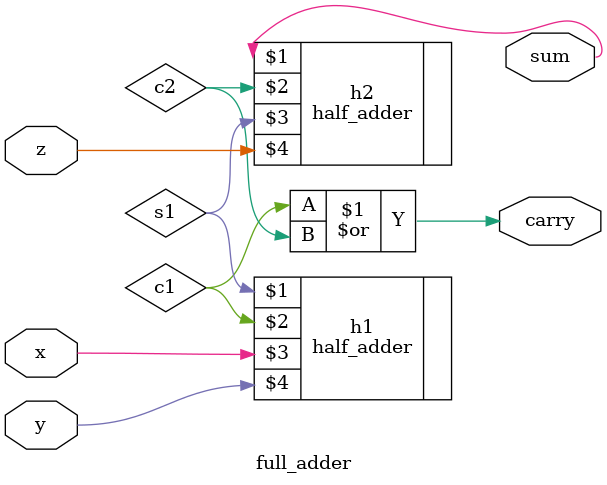
<source format=v>


module full_adder(output sum, output carry, input x, input y, input z);
   wire s1, c1, c2;
   // adding x,y using half adder and put the result in s1 , c1 
   half_adder h1(s1, c1, x, y);
   // adding the result of the first addition with the remaining bit z.
   half_adder h2(sum, c2, s1, z);
   // the output carry is true if any of the two carries is true.
   or(carry, c1, c2);
endmodule
</source>
